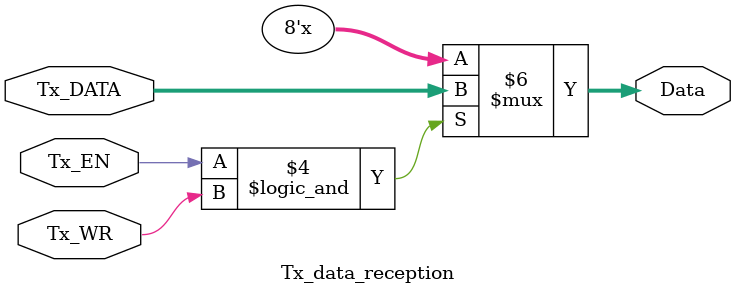
<source format=v>
`timescale 1ns/1ps

module Tx_data_reception(
  input Tx_EN,
  input Tx_WR,
  input [7:0] Tx_DATA,
  output reg [7:0] Data = 0
);
 
 
  always@(Tx_WR)
    begin
      if (Tx_EN == 1 && Tx_WR == 1)
        begin
         Data <= Tx_DATA;
      end
    end
 
endmodule
</source>
